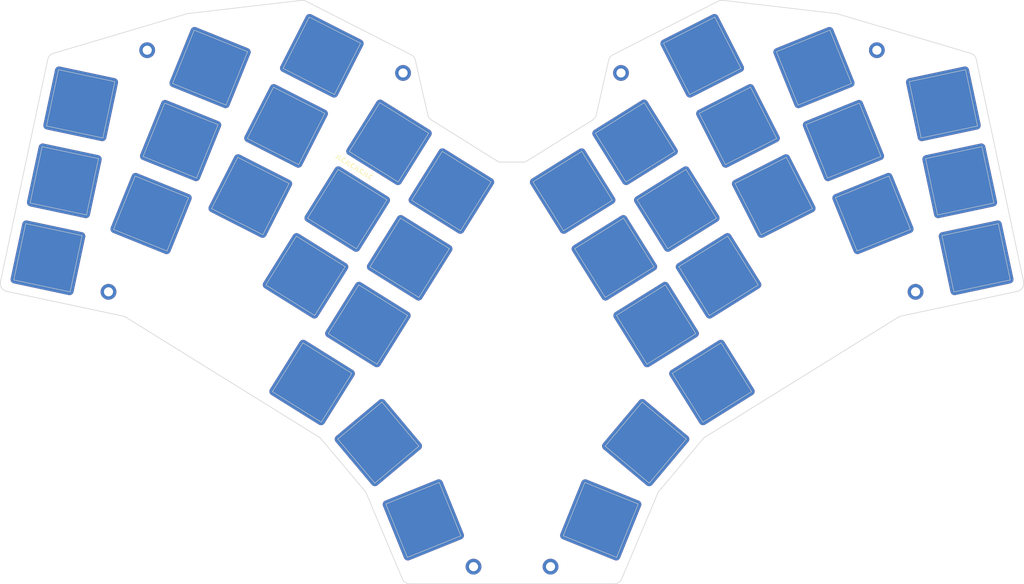
<source format=kicad_pcb>

            
(kicad_pcb (version 20171130) (host pcbnew 5.1.6)

  (page A3)
  (title_block
    (title top_plate)
    (rev 0.1)
    (company klackygears)
  )

  (general
    (thickness 1.6)
  )

  (layers
    (0 F.Cu signal)
    (31 B.Cu signal)
    (32 B.Adhes user)
    (33 F.Adhes user)
    (34 B.Paste user)
    (35 F.Paste user)
    (36 B.SilkS user)
    (37 F.SilkS user)
    (38 B.Mask user)
    (39 F.Mask user)
    (40 Dwgs.User user)
    (41 Cmts.User user)
    (42 Eco1.User user)
    (43 Eco2.User user)
    (44 Edge.Cuts user)
    (45 Margin user)
    (46 B.CrtYd user)
    (47 F.CrtYd user)
    (48 B.Fab user)
    (49 F.Fab user)
  )

  (setup
    (last_trace_width 0.25)
    (trace_clearance 0.2)
    (zone_clearance 0.508)
    (zone_45_only no)
    (trace_min 0.2)
    (via_size 0.8)
    (via_drill 0.4)
    (via_min_size 0.4)
    (via_min_drill 0.3)
    (uvia_size 0.3)
    (uvia_drill 0.1)
    (uvias_allowed no)
    (uvia_min_size 0.2)
    (uvia_min_drill 0.1)
    (edge_width 0.05)
    (segment_width 0.2)
    (pcb_text_width 0.3)
    (pcb_text_size 1.5 1.5)
    (mod_edge_width 0.12)
    (mod_text_size 1 1)
    (mod_text_width 0.15)
    (pad_size 1.524 1.524)
    (pad_drill 0.762)
    (pad_to_mask_clearance 0.05)
    (aux_axis_origin 0 0)
    (visible_elements FFFFFF7F)
    (pcbplotparams
      (layerselection 0x010fc_ffffffff)
      (usegerberextensions false)
      (usegerberattributes true)
      (usegerberadvancedattributes true)
      (creategerberjobfile true)
      (excludeedgelayer true)
      (linewidth 0.100000)
      (plotframeref false)
      (viasonmask false)
      (mode 1)
      (useauxorigin false)
      (hpglpennumber 1)
      (hpglpenspeed 20)
      (hpglpendiameter 15.000000)
      (psnegative false)
      (psa4output false)
      (plotreference true)
      (plotvalue true)
      (plotinvisibletext false)
      (padsonsilk false)
      (subtractmaskfromsilk false)
      (outputformat 1)
      (mirror false)
      (drillshape 1)
      (scaleselection 1)
      (outputdirectory ""))
  )

            (net 0 "")
(net 1 "GND")
(net 2 "R1")
(net 3 "pinky_bottom")
(net 4 "pinky_home")
(net 5 "pinky_top")
(net 6 "R0")
(net 7 "ring_bottom")
(net 8 "ring_home")
(net 9 "ring_top")
(net 10 "CS")
(net 11 "middle_bottom")
(net 12 "middle_home")
(net 13 "middle_top")
(net 14 "R2")
(net 15 "index_bottom")
(net 16 "index_home")
(net 17 "index_top")
(net 18 "R3")
(net 19 "inner_bottom")
(net 20 "inner_home")
(net 21 "inner_top")
(net 22 "near_thumb")
(net 23 "home_thumb")
(net 24 "far_thumb")
(net 25 "P10")
(net 26 "mirror_pinky_bottom")
(net 27 "mirror_pinky_home")
(net 28 "mirror_pinky_top")
(net 29 "P16")
(net 30 "mirror_ring_bottom")
(net 31 "mirror_ring_home")
(net 32 "mirror_ring_top")
(net 33 "C5")
(net 34 "mirror_middle_bottom")
(net 35 "mirror_middle_home")
(net 36 "mirror_middle_top")
(net 37 "C4")
(net 38 "mirror_index_bottom")
(net 39 "mirror_index_home")
(net 40 "mirror_index_top")
(net 41 "C3")
(net 42 "mirror_inner_bottom")
(net 43 "mirror_inner_home")
(net 44 "mirror_inner_top")
(net 45 "mirror_near_thumb")
(net 46 "mirror_home_thumb")
(net 47 "mirror_far_thumb")
            
  (net_class Default "This is the default net class."
    (clearance 0.2)
    (trace_width 0.25)
    (via_dia 0.8)
    (via_drill 0.4)
    (uvia_dia 0.3)
    (uvia_drill 0.1)
    (add_net "")
(add_net "GND")
(add_net "R1")
(add_net "pinky_bottom")
(add_net "pinky_home")
(add_net "pinky_top")
(add_net "R0")
(add_net "ring_bottom")
(add_net "ring_home")
(add_net "ring_top")
(add_net "CS")
(add_net "middle_bottom")
(add_net "middle_home")
(add_net "middle_top")
(add_net "R2")
(add_net "index_bottom")
(add_net "index_home")
(add_net "index_top")
(add_net "R3")
(add_net "inner_bottom")
(add_net "inner_home")
(add_net "inner_top")
(add_net "near_thumb")
(add_net "home_thumb")
(add_net "far_thumb")
(add_net "P10")
(add_net "mirror_pinky_bottom")
(add_net "mirror_pinky_home")
(add_net "mirror_pinky_top")
(add_net "P16")
(add_net "mirror_ring_bottom")
(add_net "mirror_ring_home")
(add_net "mirror_ring_top")
(add_net "C5")
(add_net "mirror_middle_bottom")
(add_net "mirror_middle_home")
(add_net "mirror_middle_top")
(add_net "C4")
(add_net "mirror_index_bottom")
(add_net "mirror_index_home")
(add_net "mirror_index_top")
(add_net "C3")
(add_net "mirror_inner_bottom")
(add_net "mirror_inner_home")
(add_net "mirror_inner_top")
(add_net "mirror_near_thumb")
(add_net "mirror_home_thumb")
(add_net "mirror_far_thumb")
  )

            
    (module choc_switch_cutout (layer F.Cu)
        (at 74.7090597 160.2140955 -12)
        (attr virtual)
        
        (fp_text reference "CHOC1" (at 0.25 10.05) (layer "Eco2.User")  hide
            (effects (font (size 1 1) (thickness 0.15)))
        )

        
        (pad "1" smd roundrect (at 0 0 168) (size 15.5 15.5) (layers "F.Cu" "F.Mask") (roundrect_rratio 0.063))
        (pad "1" smd roundrect (at 0 0 168) (size 15.5 15.5) (layers "B.Cu" "B.Mask") (roundrect_rratio 0.063))
  
        
        (fp_line (start -6.95 -6.95) (end 6.95 -6.95)
          (stroke (width 0.12) (type solid)) (layer "Edge.Cuts"))
        (fp_line (start -6.95 6.95) (end -6.95 -6.95)
          (stroke (width 0.12) (type solid)) (layer "Edge.Cuts"))
        (fp_line (start 6.95 -6.95) (end 6.95 6.95)
          (stroke (width 0.12) (type solid)) (layer "Edge.Cuts"))
        (fp_line (start 6.95 6.95) (end -6.95 6.95)
          (stroke (width 0.12) (type solid)) (layer "Edge.Cuts"))

        
        (fp_line (start -8.75 -8.75) (end 8.75 -8.75)
          (stroke (width 0.15) (type solid)) (layer "Dwgs.User"))
        (fp_line (start -8.75 8.75) (end -8.75 -8.75)
          (stroke (width 0.15) (type solid)) (layer "Dwgs.User"))
        (fp_line (start 8.75 -8.75) (end 8.75 8.75)
          (stroke (width 0.15) (type solid)) (layer "Dwgs.User"))
        (fp_line (start 8.75 8.75) (end -8.75 8.75)
          (stroke (width 0.15) (type solid)) (layer "Dwgs.User"))

  )
  
        

    (module choc_switch_cutout (layer F.Cu)
        (at 78.6593818 141.6292911 -12)
        (attr virtual)
        
        (fp_text reference "CHOC2" (at 0.25 10.05) (layer "Eco2.User")  hide
            (effects (font (size 1 1) (thickness 0.15)))
        )

        
        (pad "1" smd roundrect (at 0 0 168) (size 15.5 15.5) (layers "F.Cu" "F.Mask") (roundrect_rratio 0.063))
        (pad "1" smd roundrect (at 0 0 168) (size 15.5 15.5) (layers "B.Cu" "B.Mask") (roundrect_rratio 0.063))
  
        
        (fp_line (start -6.95 -6.95) (end 6.95 -6.95)
          (stroke (width 0.12) (type solid)) (layer "Edge.Cuts"))
        (fp_line (start -6.95 6.95) (end -6.95 -6.95)
          (stroke (width 0.12) (type solid)) (layer "Edge.Cuts"))
        (fp_line (start 6.95 -6.95) (end 6.95 6.95)
          (stroke (width 0.12) (type solid)) (layer "Edge.Cuts"))
        (fp_line (start 6.95 6.95) (end -6.95 6.95)
          (stroke (width 0.12) (type solid)) (layer "Edge.Cuts"))

        
        (fp_line (start -8.75 -8.75) (end 8.75 -8.75)
          (stroke (width 0.15) (type solid)) (layer "Dwgs.User"))
        (fp_line (start -8.75 8.75) (end -8.75 -8.75)
          (stroke (width 0.15) (type solid)) (layer "Dwgs.User"))
        (fp_line (start 8.75 -8.75) (end 8.75 8.75)
          (stroke (width 0.15) (type solid)) (layer "Dwgs.User"))
        (fp_line (start 8.75 8.75) (end -8.75 8.75)
          (stroke (width 0.15) (type solid)) (layer "Dwgs.User"))

  )
  
        

    (module choc_switch_cutout (layer F.Cu)
        (at 82.609704 123.0444867 -12)
        (attr virtual)
        
        (fp_text reference "CHOC3" (at 0.25 10.05) (layer "Eco2.User")  hide
            (effects (font (size 1 1) (thickness 0.15)))
        )

        
        (pad "1" smd roundrect (at 0 0 168) (size 15.5 15.5) (layers "F.Cu" "F.Mask") (roundrect_rratio 0.063))
        (pad "1" smd roundrect (at 0 0 168) (size 15.5 15.5) (layers "B.Cu" "B.Mask") (roundrect_rratio 0.063))
  
        
        (fp_line (start -6.95 -6.95) (end 6.95 -6.95)
          (stroke (width 0.12) (type solid)) (layer "Edge.Cuts"))
        (fp_line (start -6.95 6.95) (end -6.95 -6.95)
          (stroke (width 0.12) (type solid)) (layer "Edge.Cuts"))
        (fp_line (start 6.95 -6.95) (end 6.95 6.95)
          (stroke (width 0.12) (type solid)) (layer "Edge.Cuts"))
        (fp_line (start 6.95 6.95) (end -6.95 6.95)
          (stroke (width 0.12) (type solid)) (layer "Edge.Cuts"))

        
        (fp_line (start -8.75 -8.75) (end 8.75 -8.75)
          (stroke (width 0.15) (type solid)) (layer "Dwgs.User"))
        (fp_line (start -8.75 8.75) (end -8.75 -8.75)
          (stroke (width 0.15) (type solid)) (layer "Dwgs.User"))
        (fp_line (start 8.75 -8.75) (end 8.75 8.75)
          (stroke (width 0.15) (type solid)) (layer "Dwgs.User"))
        (fp_line (start 8.75 8.75) (end -8.75 8.75)
          (stroke (width 0.15) (type solid)) (layer "Dwgs.User"))

  )
  
        

    (module choc_switch_cutout (layer F.Cu)
        (at 99.5919128 149.5264108 -22)
        (attr virtual)
        
        (fp_text reference "CHOC4" (at 0.25 10.05) (layer "Eco2.User")  hide
            (effects (font (size 1 1) (thickness 0.15)))
        )

        
        (pad "1" smd roundrect (at 0 0 158) (size 15.5 15.5) (layers "F.Cu" "F.Mask") (roundrect_rratio 0.063))
        (pad "1" smd roundrect (at 0 0 158) (size 15.5 15.5) (layers "B.Cu" "B.Mask") (roundrect_rratio 0.063))
  
        
        (fp_line (start -6.95 -6.95) (end 6.95 -6.95)
          (stroke (width 0.12) (type solid)) (layer "Edge.Cuts"))
        (fp_line (start -6.95 6.95) (end -6.95 -6.95)
          (stroke (width 0.12) (type solid)) (layer "Edge.Cuts"))
        (fp_line (start 6.95 -6.95) (end 6.95 6.95)
          (stroke (width 0.12) (type solid)) (layer "Edge.Cuts"))
        (fp_line (start 6.95 6.95) (end -6.95 6.95)
          (stroke (width 0.12) (type solid)) (layer "Edge.Cuts"))

        
        (fp_line (start -8.75 -8.75) (end 8.75 -8.75)
          (stroke (width 0.15) (type solid)) (layer "Dwgs.User"))
        (fp_line (start -8.75 8.75) (end -8.75 -8.75)
          (stroke (width 0.15) (type solid)) (layer "Dwgs.User"))
        (fp_line (start 8.75 -8.75) (end 8.75 8.75)
          (stroke (width 0.15) (type solid)) (layer "Dwgs.User"))
        (fp_line (start 8.75 8.75) (end -8.75 8.75)
          (stroke (width 0.15) (type solid)) (layer "Dwgs.User"))

  )
  
        

    (module choc_switch_cutout (layer F.Cu)
        (at 106.709438 131.9099176 -22)
        (attr virtual)
        
        (fp_text reference "CHOC5" (at 0.25 10.05) (layer "Eco2.User")  hide
            (effects (font (size 1 1) (thickness 0.15)))
        )

        
        (pad "1" smd roundrect (at 0 0 158) (size 15.5 15.5) (layers "F.Cu" "F.Mask") (roundrect_rratio 0.063))
        (pad "1" smd roundrect (at 0 0 158) (size 15.5 15.5) (layers "B.Cu" "B.Mask") (roundrect_rratio 0.063))
  
        
        (fp_line (start -6.95 -6.95) (end 6.95 -6.95)
          (stroke (width 0.12) (type solid)) (layer "Edge.Cuts"))
        (fp_line (start -6.95 6.95) (end -6.95 -6.95)
          (stroke (width 0.12) (type solid)) (layer "Edge.Cuts"))
        (fp_line (start 6.95 -6.95) (end 6.95 6.95)
          (stroke (width 0.12) (type solid)) (layer "Edge.Cuts"))
        (fp_line (start 6.95 6.95) (end -6.95 6.95)
          (stroke (width 0.12) (type solid)) (layer "Edge.Cuts"))

        
        (fp_line (start -8.75 -8.75) (end 8.75 -8.75)
          (stroke (width 0.15) (type solid)) (layer "Dwgs.User"))
        (fp_line (start -8.75 8.75) (end -8.75 -8.75)
          (stroke (width 0.15) (type solid)) (layer "Dwgs.User"))
        (fp_line (start 8.75 -8.75) (end 8.75 8.75)
          (stroke (width 0.15) (type solid)) (layer "Dwgs.User"))
        (fp_line (start 8.75 8.75) (end -8.75 8.75)
          (stroke (width 0.15) (type solid)) (layer "Dwgs.User"))

  )
  
        

    (module choc_switch_cutout (layer F.Cu)
        (at 113.8269633 114.2934244 -22)
        (attr virtual)
        
        (fp_text reference "CHOC6" (at 0.25 10.05) (layer "Eco2.User")  hide
            (effects (font (size 1 1) (thickness 0.15)))
        )

        
        (pad "1" smd roundrect (at 0 0 158) (size 15.5 15.5) (layers "F.Cu" "F.Mask") (roundrect_rratio 0.063))
        (pad "1" smd roundrect (at 0 0 158) (size 15.5 15.5) (layers "B.Cu" "B.Mask") (roundrect_rratio 0.063))
  
        
        (fp_line (start -6.95 -6.95) (end 6.95 -6.95)
          (stroke (width 0.12) (type solid)) (layer "Edge.Cuts"))
        (fp_line (start -6.95 6.95) (end -6.95 -6.95)
          (stroke (width 0.12) (type solid)) (layer "Edge.Cuts"))
        (fp_line (start 6.95 -6.95) (end 6.95 6.95)
          (stroke (width 0.12) (type solid)) (layer "Edge.Cuts"))
        (fp_line (start 6.95 6.95) (end -6.95 6.95)
          (stroke (width 0.12) (type solid)) (layer "Edge.Cuts"))

        
        (fp_line (start -8.75 -8.75) (end 8.75 -8.75)
          (stroke (width 0.15) (type solid)) (layer "Dwgs.User"))
        (fp_line (start -8.75 8.75) (end -8.75 -8.75)
          (stroke (width 0.15) (type solid)) (layer "Dwgs.User"))
        (fp_line (start 8.75 -8.75) (end 8.75 8.75)
          (stroke (width 0.15) (type solid)) (layer "Dwgs.User"))
        (fp_line (start 8.75 8.75) (end -8.75 8.75)
          (stroke (width 0.15) (type solid)) (layer "Dwgs.User"))

  )
  
        

    (module choc_switch_cutout (layer F.Cu)
        (at 123.5270645 145.3033383 -27)
        (attr virtual)
        
        (fp_text reference "CHOC7" (at 0.25 10.05) (layer "Eco2.User")  hide
            (effects (font (size 1 1) (thickness 0.15)))
        )

        
        (pad "1" smd roundrect (at 0 0 153) (size 15.5 15.5) (layers "F.Cu" "F.Mask") (roundrect_rratio 0.063))
        (pad "1" smd roundrect (at 0 0 153) (size 15.5 15.5) (layers "B.Cu" "B.Mask") (roundrect_rratio 0.063))
  
        
        (fp_line (start -6.95 -6.95) (end 6.95 -6.95)
          (stroke (width 0.12) (type solid)) (layer "Edge.Cuts"))
        (fp_line (start -6.95 6.95) (end -6.95 -6.95)
          (stroke (width 0.12) (type solid)) (layer "Edge.Cuts"))
        (fp_line (start 6.95 -6.95) (end 6.95 6.95)
          (stroke (width 0.12) (type solid)) (layer "Edge.Cuts"))
        (fp_line (start 6.95 6.95) (end -6.95 6.95)
          (stroke (width 0.12) (type solid)) (layer "Edge.Cuts"))

        
        (fp_line (start -8.75 -8.75) (end 8.75 -8.75)
          (stroke (width 0.15) (type solid)) (layer "Dwgs.User"))
        (fp_line (start -8.75 8.75) (end -8.75 -8.75)
          (stroke (width 0.15) (type solid)) (layer "Dwgs.User"))
        (fp_line (start 8.75 -8.75) (end 8.75 8.75)
          (stroke (width 0.15) (type solid)) (layer "Dwgs.User"))
        (fp_line (start 8.75 8.75) (end -8.75 8.75)
          (stroke (width 0.15) (type solid)) (layer "Dwgs.User"))

  )
  
        

    (module choc_switch_cutout (layer F.Cu)
        (at 132.152884 128.3742144 -27)
        (attr virtual)
        
        (fp_text reference "CHOC8" (at 0.25 10.05) (layer "Eco2.User")  hide
            (effects (font (size 1 1) (thickness 0.15)))
        )

        
        (pad "1" smd roundrect (at 0 0 153) (size 15.5 15.5) (layers "F.Cu" "F.Mask") (roundrect_rratio 0.063))
        (pad "1" smd roundrect (at 0 0 153) (size 15.5 15.5) (layers "B.Cu" "B.Mask") (roundrect_rratio 0.063))
  
        
        (fp_line (start -6.95 -6.95) (end 6.95 -6.95)
          (stroke (width 0.12) (type solid)) (layer "Edge.Cuts"))
        (fp_line (start -6.95 6.95) (end -6.95 -6.95)
          (stroke (width 0.12) (type solid)) (layer "Edge.Cuts"))
        (fp_line (start 6.95 -6.95) (end 6.95 6.95)
          (stroke (width 0.12) (type solid)) (layer "Edge.Cuts"))
        (fp_line (start 6.95 6.95) (end -6.95 6.95)
          (stroke (width 0.12) (type solid)) (layer "Edge.Cuts"))

        
        (fp_line (start -8.75 -8.75) (end 8.75 -8.75)
          (stroke (width 0.15) (type solid)) (layer "Dwgs.User"))
        (fp_line (start -8.75 8.75) (end -8.75 -8.75)
          (stroke (width 0.15) (type solid)) (layer "Dwgs.User"))
        (fp_line (start 8.75 -8.75) (end 8.75 8.75)
          (stroke (width 0.15) (type solid)) (layer "Dwgs.User"))
        (fp_line (start 8.75 8.75) (end -8.75 8.75)
          (stroke (width 0.15) (type solid)) (layer "Dwgs.User"))

  )
  
        

    (module choc_switch_cutout (layer F.Cu)
        (at 140.7787035 111.4450904 -27)
        (attr virtual)
        
        (fp_text reference "CHOC9" (at 0.25 10.05) (layer "Eco2.User")  hide
            (effects (font (size 1 1) (thickness 0.15)))
        )

        
        (pad "1" smd roundrect (at 0 0 153) (size 15.5 15.5) (layers "F.Cu" "F.Mask") (roundrect_rratio 0.063))
        (pad "1" smd roundrect (at 0 0 153) (size 15.5 15.5) (layers "B.Cu" "B.Mask") (roundrect_rratio 0.063))
  
        
        (fp_line (start -6.95 -6.95) (end 6.95 -6.95)
          (stroke (width 0.12) (type solid)) (layer "Edge.Cuts"))
        (fp_line (start -6.95 6.95) (end -6.95 -6.95)
          (stroke (width 0.12) (type solid)) (layer "Edge.Cuts"))
        (fp_line (start 6.95 -6.95) (end 6.95 6.95)
          (stroke (width 0.12) (type solid)) (layer "Edge.Cuts"))
        (fp_line (start 6.95 6.95) (end -6.95 6.95)
          (stroke (width 0.12) (type solid)) (layer "Edge.Cuts"))

        
        (fp_line (start -8.75 -8.75) (end 8.75 -8.75)
          (stroke (width 0.15) (type solid)) (layer "Dwgs.User"))
        (fp_line (start -8.75 8.75) (end -8.75 -8.75)
          (stroke (width 0.15) (type solid)) (layer "Dwgs.User"))
        (fp_line (start 8.75 -8.75) (end 8.75 8.75)
          (stroke (width 0.15) (type solid)) (layer "Dwgs.User"))
        (fp_line (start 8.75 8.75) (end -8.75 8.75)
          (stroke (width 0.15) (type solid)) (layer "Dwgs.User"))

  )
  
        

    (module choc_switch_cutout (layer F.Cu)
        (at 136.843429 164.5665782 -32)
        (attr virtual)
        
        (fp_text reference "CHOC10" (at 0.25 10.05) (layer "Eco2.User")  hide
            (effects (font (size 1 1) (thickness 0.15)))
        )

        
        (pad "1" smd roundrect (at 0 0 148) (size 15.5 15.5) (layers "F.Cu" "F.Mask") (roundrect_rratio 0.063))
        (pad "1" smd roundrect (at 0 0 148) (size 15.5 15.5) (layers "B.Cu" "B.Mask") (roundrect_rratio 0.063))
  
        
        (fp_line (start -6.95 -6.95) (end 6.95 -6.95)
          (stroke (width 0.12) (type solid)) (layer "Edge.Cuts"))
        (fp_line (start -6.95 6.95) (end -6.95 -6.95)
          (stroke (width 0.12) (type solid)) (layer "Edge.Cuts"))
        (fp_line (start 6.95 -6.95) (end 6.95 6.95)
          (stroke (width 0.12) (type solid)) (layer "Edge.Cuts"))
        (fp_line (start 6.95 6.95) (end -6.95 6.95)
          (stroke (width 0.12) (type solid)) (layer "Edge.Cuts"))

        
        (fp_line (start -8.75 -8.75) (end 8.75 -8.75)
          (stroke (width 0.15) (type solid)) (layer "Dwgs.User"))
        (fp_line (start -8.75 8.75) (end -8.75 -8.75)
          (stroke (width 0.15) (type solid)) (layer "Dwgs.User"))
        (fp_line (start 8.75 -8.75) (end 8.75 8.75)
          (stroke (width 0.15) (type solid)) (layer "Dwgs.User"))
        (fp_line (start 8.75 8.75) (end -8.75 8.75)
          (stroke (width 0.15) (type solid)) (layer "Dwgs.User"))

  )
  
        

    (module choc_switch_cutout (layer F.Cu)
        (at 146.911895 148.4536644 -32)
        (attr virtual)
        
        (fp_text reference "CHOC11" (at 0.25 10.05) (layer "Eco2.User")  hide
            (effects (font (size 1 1) (thickness 0.15)))
        )

        
        (pad "1" smd roundrect (at 0 0 148) (size 15.5 15.5) (layers "F.Cu" "F.Mask") (roundrect_rratio 0.063))
        (pad "1" smd roundrect (at 0 0 148) (size 15.5 15.5) (layers "B.Cu" "B.Mask") (roundrect_rratio 0.063))
  
        
        (fp_line (start -6.95 -6.95) (end 6.95 -6.95)
          (stroke (width 0.12) (type solid)) (layer "Edge.Cuts"))
        (fp_line (start -6.95 6.95) (end -6.95 -6.95)
          (stroke (width 0.12) (type solid)) (layer "Edge.Cuts"))
        (fp_line (start 6.95 -6.95) (end 6.95 6.95)
          (stroke (width 0.12) (type solid)) (layer "Edge.Cuts"))
        (fp_line (start 6.95 6.95) (end -6.95 6.95)
          (stroke (width 0.12) (type solid)) (layer "Edge.Cuts"))

        
        (fp_line (start -8.75 -8.75) (end 8.75 -8.75)
          (stroke (width 0.15) (type solid)) (layer "Dwgs.User"))
        (fp_line (start -8.75 8.75) (end -8.75 -8.75)
          (stroke (width 0.15) (type solid)) (layer "Dwgs.User"))
        (fp_line (start 8.75 -8.75) (end 8.75 8.75)
          (stroke (width 0.15) (type solid)) (layer "Dwgs.User"))
        (fp_line (start 8.75 8.75) (end -8.75 8.75)
          (stroke (width 0.15) (type solid)) (layer "Dwgs.User"))

  )
  
        

    (module choc_switch_cutout (layer F.Cu)
        (at 156.980361 132.3407506 -32)
        (attr virtual)
        
        (fp_text reference "CHOC12" (at 0.25 10.05) (layer "Eco2.User")  hide
            (effects (font (size 1 1) (thickness 0.15)))
        )

        
        (pad "1" smd roundrect (at 0 0 148) (size 15.5 15.5) (layers "F.Cu" "F.Mask") (roundrect_rratio 0.063))
        (pad "1" smd roundrect (at 0 0 148) (size 15.5 15.5) (layers "B.Cu" "B.Mask") (roundrect_rratio 0.063))
  
        
        (fp_line (start -6.95 -6.95) (end 6.95 -6.95)
          (stroke (width 0.12) (type solid)) (layer "Edge.Cuts"))
        (fp_line (start -6.95 6.95) (end -6.95 -6.95)
          (stroke (width 0.12) (type solid)) (layer "Edge.Cuts"))
        (fp_line (start 6.95 -6.95) (end 6.95 6.95)
          (stroke (width 0.12) (type solid)) (layer "Edge.Cuts"))
        (fp_line (start 6.95 6.95) (end -6.95 6.95)
          (stroke (width 0.12) (type solid)) (layer "Edge.Cuts"))

        
        (fp_line (start -8.75 -8.75) (end 8.75 -8.75)
          (stroke (width 0.15) (type solid)) (layer "Dwgs.User"))
        (fp_line (start -8.75 8.75) (end -8.75 -8.75)
          (stroke (width 0.15) (type solid)) (layer "Dwgs.User"))
        (fp_line (start 8.75 -8.75) (end 8.75 8.75)
          (stroke (width 0.15) (type solid)) (layer "Dwgs.User"))
        (fp_line (start 8.75 8.75) (end -8.75 8.75)
          (stroke (width 0.15) (type solid)) (layer "Dwgs.User"))

  )
  
        

    (module choc_switch_cutout (layer F.Cu)
        (at 151.8965042 176.3311406 -32)
        (attr virtual)
        
        (fp_text reference "CHOC13" (at 0.25 10.05) (layer "Eco2.User")  hide
            (effects (font (size 1 1) (thickness 0.15)))
        )

        
        (pad "1" smd roundrect (at 0 0 148) (size 15.5 15.5) (layers "F.Cu" "F.Mask") (roundrect_rratio 0.063))
        (pad "1" smd roundrect (at 0 0 148) (size 15.5 15.5) (layers "B.Cu" "B.Mask") (roundrect_rratio 0.063))
  
        
        (fp_line (start -6.95 -6.95) (end 6.95 -6.95)
          (stroke (width 0.12) (type solid)) (layer "Edge.Cuts"))
        (fp_line (start -6.95 6.95) (end -6.95 -6.95)
          (stroke (width 0.12) (type solid)) (layer "Edge.Cuts"))
        (fp_line (start 6.95 -6.95) (end 6.95 6.95)
          (stroke (width 0.12) (type solid)) (layer "Edge.Cuts"))
        (fp_line (start 6.95 6.95) (end -6.95 6.95)
          (stroke (width 0.12) (type solid)) (layer "Edge.Cuts"))

        
        (fp_line (start -8.75 -8.75) (end 8.75 -8.75)
          (stroke (width 0.15) (type solid)) (layer "Dwgs.User"))
        (fp_line (start -8.75 8.75) (end -8.75 -8.75)
          (stroke (width 0.15) (type solid)) (layer "Dwgs.User"))
        (fp_line (start 8.75 -8.75) (end 8.75 8.75)
          (stroke (width 0.15) (type solid)) (layer "Dwgs.User"))
        (fp_line (start 8.75 8.75) (end -8.75 8.75)
          (stroke (width 0.15) (type solid)) (layer "Dwgs.User"))

  )
  
        

    (module choc_switch_cutout (layer F.Cu)
        (at 161.9649702 160.2182268 -32)
        (attr virtual)
        
        (fp_text reference "CHOC14" (at 0.25 10.05) (layer "Eco2.User")  hide
            (effects (font (size 1 1) (thickness 0.15)))
        )

        
        (pad "1" smd roundrect (at 0 0 148) (size 15.5 15.5) (layers "F.Cu" "F.Mask") (roundrect_rratio 0.063))
        (pad "1" smd roundrect (at 0 0 148) (size 15.5 15.5) (layers "B.Cu" "B.Mask") (roundrect_rratio 0.063))
  
        
        (fp_line (start -6.95 -6.95) (end 6.95 -6.95)
          (stroke (width 0.12) (type solid)) (layer "Edge.Cuts"))
        (fp_line (start -6.95 6.95) (end -6.95 -6.95)
          (stroke (width 0.12) (type solid)) (layer "Edge.Cuts"))
        (fp_line (start 6.95 -6.95) (end 6.95 6.95)
          (stroke (width 0.12) (type solid)) (layer "Edge.Cuts"))
        (fp_line (start 6.95 6.95) (end -6.95 6.95)
          (stroke (width 0.12) (type solid)) (layer "Edge.Cuts"))

        
        (fp_line (start -8.75 -8.75) (end 8.75 -8.75)
          (stroke (width 0.15) (type solid)) (layer "Dwgs.User"))
        (fp_line (start -8.75 8.75) (end -8.75 -8.75)
          (stroke (width 0.15) (type solid)) (layer "Dwgs.User"))
        (fp_line (start 8.75 -8.75) (end 8.75 8.75)
          (stroke (width 0.15) (type solid)) (layer "Dwgs.User"))
        (fp_line (start 8.75 8.75) (end -8.75 8.75)
          (stroke (width 0.15) (type solid)) (layer "Dwgs.User"))

  )
  
        

    (module choc_switch_cutout (layer F.Cu)
        (at 172.0334362 144.105313 -32)
        (attr virtual)
        
        (fp_text reference "CHOC15" (at 0.25 10.05) (layer "Eco2.User")  hide
            (effects (font (size 1 1) (thickness 0.15)))
        )

        
        (pad "1" smd roundrect (at 0 0 148) (size 15.5 15.5) (layers "F.Cu" "F.Mask") (roundrect_rratio 0.063))
        (pad "1" smd roundrect (at 0 0 148) (size 15.5 15.5) (layers "B.Cu" "B.Mask") (roundrect_rratio 0.063))
  
        
        (fp_line (start -6.95 -6.95) (end 6.95 -6.95)
          (stroke (width 0.12) (type solid)) (layer "Edge.Cuts"))
        (fp_line (start -6.95 6.95) (end -6.95 -6.95)
          (stroke (width 0.12) (type solid)) (layer "Edge.Cuts"))
        (fp_line (start 6.95 -6.95) (end 6.95 6.95)
          (stroke (width 0.12) (type solid)) (layer "Edge.Cuts"))
        (fp_line (start 6.95 6.95) (end -6.95 6.95)
          (stroke (width 0.12) (type solid)) (layer "Edge.Cuts"))

        
        (fp_line (start -8.75 -8.75) (end 8.75 -8.75)
          (stroke (width 0.15) (type solid)) (layer "Dwgs.User"))
        (fp_line (start -8.75 8.75) (end -8.75 -8.75)
          (stroke (width 0.15) (type solid)) (layer "Dwgs.User"))
        (fp_line (start 8.75 -8.75) (end 8.75 8.75)
          (stroke (width 0.15) (type solid)) (layer "Dwgs.User"))
        (fp_line (start 8.75 8.75) (end -8.75 8.75)
          (stroke (width 0.15) (type solid)) (layer "Dwgs.User"))

  )
  
        

    (module choc_switch_cutout (layer F.Cu)
        (at 138.4358458 190.3243774 -32)
        (attr virtual)
        
        (fp_text reference "CHOC16" (at 0.25 10.05) (layer "Eco2.User")  hide
            (effects (font (size 1 1) (thickness 0.15)))
        )

        
        (pad "1" smd roundrect (at 0 0 148) (size 15.5 15.5) (layers "F.Cu" "F.Mask") (roundrect_rratio 0.063))
        (pad "1" smd roundrect (at 0 0 148) (size 15.5 15.5) (layers "B.Cu" "B.Mask") (roundrect_rratio 0.063))
  
        
        (fp_line (start -6.95 -6.95) (end 6.95 -6.95)
          (stroke (width 0.12) (type solid)) (layer "Edge.Cuts"))
        (fp_line (start -6.95 6.95) (end -6.95 -6.95)
          (stroke (width 0.12) (type solid)) (layer "Edge.Cuts"))
        (fp_line (start 6.95 -6.95) (end 6.95 6.95)
          (stroke (width 0.12) (type solid)) (layer "Edge.Cuts"))
        (fp_line (start 6.95 6.95) (end -6.95 6.95)
          (stroke (width 0.12) (type solid)) (layer "Edge.Cuts"))

        
        (fp_line (start -8.75 -8.75) (end 8.75 -8.75)
          (stroke (width 0.15) (type solid)) (layer "Dwgs.User"))
        (fp_line (start -8.75 8.75) (end -8.75 -8.75)
          (stroke (width 0.15) (type solid)) (layer "Dwgs.User"))
        (fp_line (start 8.75 -8.75) (end 8.75 8.75)
          (stroke (width 0.15) (type solid)) (layer "Dwgs.User"))
        (fp_line (start 8.75 8.75) (end -8.75 8.75)
          (stroke (width 0.15) (type solid)) (layer "Dwgs.User"))

  )
  
        

    (module choc_switch_cutout (layer F.Cu)
        (at 154.4160209 204.8375648 -50)
        (attr virtual)
        
        (fp_text reference "CHOC17" (at 0.25 10.05) (layer "Eco2.User")  hide
            (effects (font (size 1 1) (thickness 0.15)))
        )

        
        (pad "1" smd roundrect (at 0 0 130) (size 15.5 15.5) (layers "F.Cu" "F.Mask") (roundrect_rratio 0.063))
        (pad "1" smd roundrect (at 0 0 130) (size 15.5 15.5) (layers "B.Cu" "B.Mask") (roundrect_rratio 0.063))
  
        
        (fp_line (start -6.95 -6.95) (end 6.95 -6.95)
          (stroke (width 0.12) (type solid)) (layer "Edge.Cuts"))
        (fp_line (start -6.95 6.95) (end -6.95 -6.95)
          (stroke (width 0.12) (type solid)) (layer "Edge.Cuts"))
        (fp_line (start 6.95 -6.95) (end 6.95 6.95)
          (stroke (width 0.12) (type solid)) (layer "Edge.Cuts"))
        (fp_line (start 6.95 6.95) (end -6.95 6.95)
          (stroke (width 0.12) (type solid)) (layer "Edge.Cuts"))

        
        (fp_line (start -8.75 -8.75) (end 8.75 -8.75)
          (stroke (width 0.15) (type solid)) (layer "Dwgs.User"))
        (fp_line (start -8.75 8.75) (end -8.75 -8.75)
          (stroke (width 0.15) (type solid)) (layer "Dwgs.User"))
        (fp_line (start 8.75 -8.75) (end 8.75 8.75)
          (stroke (width 0.15) (type solid)) (layer "Dwgs.User"))
        (fp_line (start 8.75 8.75) (end -8.75 8.75)
          (stroke (width 0.15) (type solid)) (layer "Dwgs.User"))

  )
  
        

    (module choc_switch_cutout (layer F.Cu)
        (at 165.2633395 223.4980021 -68)
        (attr virtual)
        
        (fp_text reference "CHOC18" (at 0.25 10.05) (layer "Eco2.User")  hide
            (effects (font (size 1 1) (thickness 0.15)))
        )

        
        (pad "1" smd roundrect (at 0 0 112) (size 15.5 15.5) (layers "F.Cu" "F.Mask") (roundrect_rratio 0.063))
        (pad "1" smd roundrect (at 0 0 112) (size 15.5 15.5) (layers "B.Cu" "B.Mask") (roundrect_rratio 0.063))
  
        
        (fp_line (start -6.95 -6.95) (end 6.95 -6.95)
          (stroke (width 0.12) (type solid)) (layer "Edge.Cuts"))
        (fp_line (start -6.95 6.95) (end -6.95 -6.95)
          (stroke (width 0.12) (type solid)) (layer "Edge.Cuts"))
        (fp_line (start 6.95 -6.95) (end 6.95 6.95)
          (stroke (width 0.12) (type solid)) (layer "Edge.Cuts"))
        (fp_line (start 6.95 6.95) (end -6.95 6.95)
          (stroke (width 0.12) (type solid)) (layer "Edge.Cuts"))

        
        (fp_line (start -8.75 -8.75) (end 8.75 -8.75)
          (stroke (width 0.15) (type solid)) (layer "Dwgs.User"))
        (fp_line (start -8.75 8.75) (end -8.75 -8.75)
          (stroke (width 0.15) (type solid)) (layer "Dwgs.User"))
        (fp_line (start 8.75 -8.75) (end 8.75 8.75)
          (stroke (width 0.15) (type solid)) (layer "Dwgs.User"))
        (fp_line (start 8.75 8.75) (end -8.75 8.75)
          (stroke (width 0.15) (type solid)) (layer "Dwgs.User"))

  )
  
        

    (module choc_switch_cutout (layer F.Cu)
        (at 298.6097039 160.2140955 12)
        (attr virtual)
        
        (fp_text reference "CHOC19" (at 0.25 10.05) (layer "Eco2.User")  hide
            (effects (font (size 1 1) (thickness 0.15)))
        )

        
        (pad "1" smd roundrect (at 0 0 192) (size 15.5 15.5) (layers "F.Cu" "F.Mask") (roundrect_rratio 0.063))
        (pad "1" smd roundrect (at 0 0 192) (size 15.5 15.5) (layers "B.Cu" "B.Mask") (roundrect_rratio 0.063))
  
        
        (fp_line (start -6.95 -6.95) (end 6.95 -6.95)
          (stroke (width 0.12) (type solid)) (layer "Edge.Cuts"))
        (fp_line (start -6.95 6.95) (end -6.95 -6.95)
          (stroke (width 0.12) (type solid)) (layer "Edge.Cuts"))
        (fp_line (start 6.95 -6.95) (end 6.95 6.95)
          (stroke (width 0.12) (type solid)) (layer "Edge.Cuts"))
        (fp_line (start 6.95 6.95) (end -6.95 6.95)
          (stroke (width 0.12) (type solid)) (layer "Edge.Cuts"))

        
        (fp_line (start -8.75 -8.75) (end 8.75 -8.75)
          (stroke (width 0.15) (type solid)) (layer "Dwgs.User"))
        (fp_line (start -8.75 8.75) (end -8.75 -8.75)
          (stroke (width 0.15) (type solid)) (layer "Dwgs.User"))
        (fp_line (start 8.75 -8.75) (end 8.75 8.75)
          (stroke (width 0.15) (type solid)) (layer "Dwgs.User"))
        (fp_line (start 8.75 8.75) (end -8.75 8.75)
          (stroke (width 0.15) (type solid)) (layer "Dwgs.User"))

  )
  
        

    (module choc_switch_cutout (layer F.Cu)
        (at 294.6593818 141.6292911 12)
        (attr virtual)
        
        (fp_text reference "CHOC20" (at 0.25 10.05) (layer "Eco2.User")  hide
            (effects (font (size 1 1) (thickness 0.15)))
        )

        
        (pad "1" smd roundrect (at 0 0 192) (size 15.5 15.5) (layers "F.Cu" "F.Mask") (roundrect_rratio 0.063))
        (pad "1" smd roundrect (at 0 0 192) (size 15.5 15.5) (layers "B.Cu" "B.Mask") (roundrect_rratio 0.063))
  
        
        (fp_line (start -6.95 -6.95) (end 6.95 -6.95)
          (stroke (width 0.12) (type solid)) (layer "Edge.Cuts"))
        (fp_line (start -6.95 6.95) (end -6.95 -6.95)
          (stroke (width 0.12) (type solid)) (layer "Edge.Cuts"))
        (fp_line (start 6.95 -6.95) (end 6.95 6.95)
          (stroke (width 0.12) (type solid)) (layer "Edge.Cuts"))
        (fp_line (start 6.95 6.95) (end -6.95 6.95)
          (stroke (width 0.12) (type solid)) (layer "Edge.Cuts"))

        
        (fp_line (start -8.75 -8.75) (end 8.75 -8.75)
          (stroke (width 0.15) (type solid)) (layer "Dwgs.User"))
        (fp_line (start -8.75 8.75) (end -8.75 -8.75)
          (stroke (width 0.15) (type solid)) (layer "Dwgs.User"))
        (fp_line (start 8.75 -8.75) (end 8.75 8.75)
          (stroke (width 0.15) (type solid)) (layer "Dwgs.User"))
        (fp_line (start 8.75 8.75) (end -8.75 8.75)
          (stroke (width 0.15) (type solid)) (layer "Dwgs.User"))

  )
  
        

    (module choc_switch_cutout (layer F.Cu)
        (at 290.70905960000005 123.0444867 12)
        (attr virtual)
        
        (fp_text reference "CHOC21" (at 0.25 10.05) (layer "Eco2.User")  hide
            (effects (font (size 1 1) (thickness 0.15)))
        )

        
        (pad "1" smd roundrect (at 0 0 192) (size 15.5 15.5) (layers "F.Cu" "F.Mask") (roundrect_rratio 0.063))
        (pad "1" smd roundrect (at 0 0 192) (size 15.5 15.5) (layers "B.Cu" "B.Mask") (roundrect_rratio 0.063))
  
        
        (fp_line (start -6.95 -6.95) (end 6.95 -6.95)
          (stroke (width 0.12) (type solid)) (layer "Edge.Cuts"))
        (fp_line (start -6.95 6.95) (end -6.95 -6.95)
          (stroke (width 0.12) (type solid)) (layer "Edge.Cuts"))
        (fp_line (start 6.95 -6.95) (end 6.95 6.95)
          (stroke (width 0.12) (type solid)) (layer "Edge.Cuts"))
        (fp_line (start 6.95 6.95) (end -6.95 6.95)
          (stroke (width 0.12) (type solid)) (layer "Edge.Cuts"))

        
        (fp_line (start -8.75 -8.75) (end 8.75 -8.75)
          (stroke (width 0.15) (type solid)) (layer "Dwgs.User"))
        (fp_line (start -8.75 8.75) (end -8.75 -8.75)
          (stroke (width 0.15) (type solid)) (layer "Dwgs.User"))
        (fp_line (start 8.75 -8.75) (end 8.75 8.75)
          (stroke (width 0.15) (type solid)) (layer "Dwgs.User"))
        (fp_line (start 8.75 8.75) (end -8.75 8.75)
          (stroke (width 0.15) (type solid)) (layer "Dwgs.User"))

  )
  
        

    (module choc_switch_cutout (layer F.Cu)
        (at 273.7268508 149.5264108 22)
        (attr virtual)
        
        (fp_text reference "CHOC22" (at 0.25 10.05) (layer "Eco2.User")  hide
            (effects (font (size 1 1) (thickness 0.15)))
        )

        
        (pad "1" smd roundrect (at 0 0 202) (size 15.5 15.5) (layers "F.Cu" "F.Mask") (roundrect_rratio 0.063))
        (pad "1" smd roundrect (at 0 0 202) (size 15.5 15.5) (layers "B.Cu" "B.Mask") (roundrect_rratio 0.063))
  
        
        (fp_line (start -6.95 -6.95) (end 6.95 -6.95)
          (stroke (width 0.12) (type solid)) (layer "Edge.Cuts"))
        (fp_line (start -6.95 6.95) (end -6.95 -6.95)
          (stroke (width 0.12) (type solid)) (layer "Edge.Cuts"))
        (fp_line (start 6.95 -6.95) (end 6.95 6.95)
          (stroke (width 0.12) (type solid)) (layer "Edge.Cuts"))
        (fp_line (start 6.95 6.95) (end -6.95 6.95)
          (stroke (width 0.12) (type solid)) (layer "Edge.Cuts"))

        
        (fp_line (start -8.75 -8.75) (end 8.75 -8.75)
          (stroke (width 0.15) (type solid)) (layer "Dwgs.User"))
        (fp_line (start -8.75 8.75) (end -8.75 -8.75)
          (stroke (width 0.15) (type solid)) (layer "Dwgs.User"))
        (fp_line (start 8.75 -8.75) (end 8.75 8.75)
          (stroke (width 0.15) (type solid)) (layer "Dwgs.User"))
        (fp_line (start 8.75 8.75) (end -8.75 8.75)
          (stroke (width 0.15) (type solid)) (layer "Dwgs.User"))

  )
  
        

    (module choc_switch_cutout (layer F.Cu)
        (at 266.60932560000003 131.9099176 22)
        (attr virtual)
        
        (fp_text reference "CHOC23" (at 0.25 10.05) (layer "Eco2.User")  hide
            (effects (font (size 1 1) (thickness 0.15)))
        )

        
        (pad "1" smd roundrect (at 0 0 202) (size 15.5 15.5) (layers "F.Cu" "F.Mask") (roundrect_rratio 0.063))
        (pad "1" smd roundrect (at 0 0 202) (size 15.5 15.5) (layers "B.Cu" "B.Mask") (roundrect_rratio 0.063))
  
        
        (fp_line (start -6.95 -6.95) (end 6.95 -6.95)
          (stroke (width 0.12) (type solid)) (layer "Edge.Cuts"))
        (fp_line (start -6.95 6.95) (end -6.95 -6.95)
          (stroke (width 0.12) (type solid)) (layer "Edge.Cuts"))
        (fp_line (start 6.95 -6.95) (end 6.95 6.95)
          (stroke (width 0.12) (type solid)) (layer "Edge.Cuts"))
        (fp_line (start 6.95 6.95) (end -6.95 6.95)
          (stroke (width 0.12) (type solid)) (layer "Edge.Cuts"))

        
        (fp_line (start -8.75 -8.75) (end 8.75 -8.75)
          (stroke (width 0.15) (type solid)) (layer "Dwgs.User"))
        (fp_line (start -8.75 8.75) (end -8.75 -8.75)
          (stroke (width 0.15) (type solid)) (layer "Dwgs.User"))
        (fp_line (start 8.75 -8.75) (end 8.75 8.75)
          (stroke (width 0.15) (type solid)) (layer "Dwgs.User"))
        (fp_line (start 8.75 8.75) (end -8.75 8.75)
          (stroke (width 0.15) (type solid)) (layer "Dwgs.User"))

  )
  
        

    (module choc_switch_cutout (layer F.Cu)
        (at 259.4918003 114.2934244 22)
        (attr virtual)
        
        (fp_text reference "CHOC24" (at 0.25 10.05) (layer "Eco2.User")  hide
            (effects (font (size 1 1) (thickness 0.15)))
        )

        
        (pad "1" smd roundrect (at 0 0 202) (size 15.5 15.5) (layers "F.Cu" "F.Mask") (roundrect_rratio 0.063))
        (pad "1" smd roundrect (at 0 0 202) (size 15.5 15.5) (layers "B.Cu" "B.Mask") (roundrect_rratio 0.063))
  
        
        (fp_line (start -6.95 -6.95) (end 6.95 -6.95)
          (stroke (width 0.12) (type solid)) (layer "Edge.Cuts"))
        (fp_line (start -6.95 6.95) (end -6.95 -6.95)
          (stroke (width 0.12) (type solid)) (layer "Edge.Cuts"))
        (fp_line (start 6.95 -6.95) (end 6.95 6.95)
          (stroke (width 0.12) (type solid)) (layer "Edge.Cuts"))
        (fp_line (start 6.95 6.95) (end -6.95 6.95)
          (stroke (width 0.12) (type solid)) (layer "Edge.Cuts"))

        
        (fp_line (start -8.75 -8.75) (end 8.75 -8.75)
          (stroke (width 0.15) (type solid)) (layer "Dwgs.User"))
        (fp_line (start -8.75 8.75) (end -8.75 -8.75)
          (stroke (width 0.15) (type solid)) (layer "Dwgs.User"))
        (fp_line (start 8.75 -8.75) (end 8.75 8.75)
          (stroke (width 0.15) (type solid)) (layer "Dwgs.User"))
        (fp_line (start 8.75 8.75) (end -8.75 8.75)
          (stroke (width 0.15) (type solid)) (layer "Dwgs.User"))

  )
  
        

    (module choc_switch_cutout (layer F.Cu)
        (at 249.79169910000002 145.3033383 27)
        (attr virtual)
        
        (fp_text reference "CHOC25" (at 0.25 10.05) (layer "Eco2.User")  hide
            (effects (font (size 1 1) (thickness 0.15)))
        )

        
        (pad "1" smd roundrect (at 0 0 207) (size 15.5 15.5) (layers "F.Cu" "F.Mask") (roundrect_rratio 0.063))
        (pad "1" smd roundrect (at 0 0 207) (size 15.5 15.5) (layers "B.Cu" "B.Mask") (roundrect_rratio 0.063))
  
        
        (fp_line (start -6.95 -6.95) (end 6.95 -6.95)
          (stroke (width 0.12) (type solid)) (layer "Edge.Cuts"))
        (fp_line (start -6.95 6.95) (end -6.95 -6.95)
          (stroke (width 0.12) (type solid)) (layer "Edge.Cuts"))
        (fp_line (start 6.95 -6.95) (end 6.95 6.95)
          (stroke (width 0.12) (type solid)) (layer "Edge.Cuts"))
        (fp_line (start 6.95 6.95) (end -6.95 6.95)
          (stroke (width 0.12) (type solid)) (layer "Edge.Cuts"))

        
        (fp_line (start -8.75 -8.75) (end 8.75 -8.75)
          (stroke (width 0.15) (type solid)) (layer "Dwgs.User"))
        (fp_line (start -8.75 8.75) (end -8.75 -8.75)
          (stroke (width 0.15) (type solid)) (layer "Dwgs.User"))
        (fp_line (start 8.75 -8.75) (end 8.75 8.75)
          (stroke (width 0.15) (type solid)) (layer "Dwgs.User"))
        (fp_line (start 8.75 8.75) (end -8.75 8.75)
          (stroke (width 0.15) (type solid)) (layer "Dwgs.User"))

  )
  
        

    (module choc_switch_cutout (layer F.Cu)
        (at 241.1658796 128.3742144 27)
        (attr virtual)
        
        (fp_text reference "CHOC26" (at 0.25 10.05) (layer "Eco2.User")  hide
            (effects (font (size 1 1) (thickness 0.15)))
        )

        
        (pad "1" smd roundrect (at 0 0 207) (size 15.5 15.5) (layers "F.Cu" "F.Mask") (roundrect_rratio 0.063))
        (pad "1" smd roundrect (at 0 0 207) (size 15.5 15.5) (layers "B.Cu" "B.Mask") (roundrect_rratio 0.063))
  
        
        (fp_line (start -6.95 -6.95) (end 6.95 -6.95)
          (stroke (width 0.12) (type solid)) (layer "Edge.Cuts"))
        (fp_line (start -6.95 6.95) (end -6.95 -6.95)
          (stroke (width 0.12) (type solid)) (layer "Edge.Cuts"))
        (fp_line (start 6.95 -6.95) (end 6.95 6.95)
          (stroke (width 0.12) (type solid)) (layer "Edge.Cuts"))
        (fp_line (start 6.95 6.95) (end -6.95 6.95)
          (stroke (width 0.12) (type solid)) (layer "Edge.Cuts"))

        
        (fp_line (start -8.75 -8.75) (end 8.75 -8.75)
          (stroke (width 0.15) (type solid)) (layer "Dwgs.User"))
        (fp_line (start -8.75 8.75) (end -8.75 -8.75)
          (stroke (width 0.15) (type solid)) (layer "Dwgs.User"))
        (fp_line (start 8.75 -8.75) (end 8.75 8.75)
          (stroke (width 0.15) (type solid)) (layer "Dwgs.User"))
        (fp_line (start 8.75 8.75) (end -8.75 8.75)
          (stroke (width 0.15) (type solid)) (layer "Dwgs.User"))

  )
  
        

    (module choc_switch_cutout (layer F.Cu)
        (at 232.5400601 111.4450904 27)
        (attr virtual)
        
        (fp_text reference "CHOC27" (at 0.25 10.05) (layer "Eco2.User")  hide
            (effects (font (size 1 1) (thickness 0.15)))
        )

        
        (pad "1" smd roundrect (at 0 0 207) (size 15.5 15.5) (layers "F.Cu" "F.Mask") (roundrect_rratio 0.063))
        (pad "1" smd roundrect (at 0 0 207) (size 15.5 15.5) (layers "B.Cu" "B.Mask") (roundrect_rratio 0.063))
  
        
        (fp_line (start -6.95 -6.95) (end 6.95 -6.95)
          (stroke (width 0.12) (type solid)) (layer "Edge.Cuts"))
        (fp_line (start -6.95 6.95) (end -6.95 -6.95)
          (stroke (width 0.12) (type solid)) (layer "Edge.Cuts"))
        (fp_line (start 6.95 -6.95) (end 6.95 6.95)
          (stroke (width 0.12) (type solid)) (layer "Edge.Cuts"))
        (fp_line (start 6.95 6.95) (end -6.95 6.95)
          (stroke (width 0.12) (type solid)) (layer "Edge.Cuts"))

        
        (fp_line (start -8.75 -8.75) (end 8.75 -8.75)
          (stroke (width 0.15) (type solid)) (layer "Dwgs.User"))
        (fp_line (start -8.75 8.75) (end -8.75 -8.75)
          (stroke (width 0.15) (type solid)) (layer "Dwgs.User"))
        (fp_line (start 8.75 -8.75) (end 8.75 8.75)
          (stroke (width 0.15) (type solid)) (layer "Dwgs.User"))
        (fp_line (start 8.75 8.75) (end -8.75 8.75)
          (stroke (width 0.15) (type solid)) (layer "Dwgs.User"))

  )
  
        

    (module choc_switch_cutout (layer F.Cu)
        (at 236.47533460000002 164.5665782 32)
        (attr virtual)
        
        (fp_text reference "CHOC28" (at 0.25 10.05) (layer "Eco2.User")  hide
            (effects (font (size 1 1) (thickness 0.15)))
        )

        
        (pad "1" smd roundrect (at 0 0 212) (size 15.5 15.5) (layers "F.Cu" "F.Mask") (roundrect_rratio 0.063))
        (pad "1" smd roundrect (at 0 0 212) (size 15.5 15.5) (layers "B.Cu" "B.Mask") (roundrect_rratio 0.063))
  
        
        (fp_line (start -6.95 -6.95) (end 6.95 -6.95)
          (stroke (width 0.12) (type solid)) (layer "Edge.Cuts"))
        (fp_line (start -6.95 6.95) (end -6.95 -6.95)
          (stroke (width 0.12) (type solid)) (layer "Edge.Cuts"))
        (fp_line (start 6.95 -6.95) (end 6.95 6.95)
          (stroke (width 0.12) (type solid)) (layer "Edge.Cuts"))
        (fp_line (start 6.95 6.95) (end -6.95 6.95)
          (stroke (width 0.12) (type solid)) (layer "Edge.Cuts"))

        
        (fp_line (start -8.75 -8.75) (end 8.75 -8.75)
          (stroke (width 0.15) (type solid)) (layer "Dwgs.User"))
        (fp_line (start -8.75 8.75) (end -8.75 -8.75)
          (stroke (width 0.15) (type solid)) (layer "Dwgs.User"))
        (fp_line (start 8.75 -8.75) (end 8.75 8.75)
          (stroke (width 0.15) (type solid)) (layer "Dwgs.User"))
        (fp_line (start 8.75 8.75) (end -8.75 8.75)
          (stroke (width 0.15) (type solid)) (layer "Dwgs.User"))

  )
  
        

    (module choc_switch_cutout (layer F.Cu)
        (at 226.40686860000002 148.4536644 32)
        (attr virtual)
        
        (fp_text reference "CHOC29" (at 0.25 10.05) (layer "Eco2.User")  hide
            (effects (font (size 1 1) (thickness 0.15)))
        )

        
        (pad "1" smd roundrect (at 0 0 212) (size 15.5 15.5) (layers "F.Cu" "F.Mask") (roundrect_rratio 0.063))
        (pad "1" smd roundrect (at 0 0 212) (size 15.5 15.5) (layers "B.Cu" "B.Mask") (roundrect_rratio 0.063))
  
        
        (fp_line (start -6.95 -6.95) (end 6.95 -6.95)
          (stroke (width 0.12) (type solid)) (layer "Edge.Cuts"))
        (fp_line (start -6.95 6.95) (end -6.95 -6.95)
          (stroke (width 0.12) (type solid)) (layer "Edge.Cuts"))
        (fp_line (start 6.95 -6.95) (end 6.95 6.95)
          (stroke (width 0.12) (type solid)) (layer "Edge.Cuts"))
        (fp_line (start 6.95 6.95) (end -6.95 6.95)
          (stroke (width 0.12) (type solid)) (layer "Edge.Cuts"))

        
        (fp_line (start -8.75 -8.75) (end 8.75 -8.75)
          (stroke (width 0.15) (type solid)) (layer "Dwgs.User"))
        (fp_line (start -8.75 8.75) (end -8.75 -8.75)
          (stroke (width 0.15) (type solid)) (layer "Dwgs.User"))
        (fp_line (start 8.75 -8.75) (end 8.75 8.75)
          (stroke (width 0.15) (type solid)) (layer "Dwgs.User"))
        (fp_line (start 8.75 8.75) (end -8.75 8.75)
          (stroke (width 0.15) (type solid)) (layer "Dwgs.User"))

  )
  
        

    (module choc_switch_cutout (layer F.Cu)
        (at 216.33840260000002 132.3407506 32)
        (attr virtual)
        
        (fp_text reference "CHOC30" (at 0.25 10.05) (layer "Eco2.User")  hide
            (effects (font (size 1 1) (thickness 0.15)))
        )

        
        (pad "1" smd roundrect (at 0 0 212) (size 15.5 15.5) (layers "F.Cu" "F.Mask") (roundrect_rratio 0.063))
        (pad "1" smd roundrect (at 0 0 212) (size 15.5 15.5) (layers "B.Cu" "B.Mask") (roundrect_rratio 0.063))
  
        
        (fp_line (start -6.95 -6.95) (end 6.95 -6.95)
          (stroke (width 0.12) (type solid)) (layer "Edge.Cuts"))
        (fp_line (start -6.95 6.95) (end -6.95 -6.95)
          (stroke (width 0.12) (type solid)) (layer "Edge.Cuts"))
        (fp_line (start 6.95 -6.95) (end 6.95 6.95)
          (stroke (width 0.12) (type solid)) (layer "Edge.Cuts"))
        (fp_line (start 6.95 6.95) (end -6.95 6.95)
          (stroke (width 0.12) (type solid)) (layer "Edge.Cuts"))

        
        (fp_line (start -8.75 -8.75) (end 8.75 -8.75)
          (stroke (width 0.15) (type solid)) (layer "Dwgs.User"))
        (fp_line (start -8.75 8.75) (end -8.75 -8.75)
          (stroke (width 0.15) (type solid)) (layer "Dwgs.User"))
        (fp_line (start 8.75 -8.75) (end 8.75 8.75)
          (stroke (width 0.15) (type solid)) (layer "Dwgs.User"))
        (fp_line (start 8.75 8.75) (end -8.75 8.75)
          (stroke (width 0.15) (type solid)) (layer "Dwgs.User"))

  )
  
        

    (module choc_switch_cutout (layer F.Cu)
        (at 221.4222594 176.3311406 32)
        (attr virtual)
        
        (fp_text reference "CHOC31" (at 0.25 10.05) (layer "Eco2.User")  hide
            (effects (font (size 1 1) (thickness 0.15)))
        )

        
        (pad "1" smd roundrect (at 0 0 212) (size 15.5 15.5) (layers "F.Cu" "F.Mask") (roundrect_rratio 0.063))
        (pad "1" smd roundrect (at 0 0 212) (size 15.5 15.5) (layers "B.Cu" "B.Mask") (roundrect_rratio 0.063))
  
        
        (fp_line (start -6.95 -6.95) (end 6.95 -6.95)
          (stroke (width 0.12) (type solid)) (layer "Edge.Cuts"))
        (fp_line (start -6.95 6.95) (end -6.95 -6.95)
          (stroke (width 0.12) (type solid)) (layer "Edge.Cuts"))
        (fp_line (start 6.95 -6.95) (end 6.95 6.95)
          (stroke (width 0.12) (type solid)) (layer "Edge.Cuts"))
        (fp_line (start 6.95 6.95) (end -6.95 6.95)
          (stroke (width 0.12) (type solid)) (layer "Edge.Cuts"))

        
        (fp_line (start -8.75 -8.75) (end 8.75 -8.75)
          (stroke (width 0.15) (type solid)) (layer "Dwgs.User"))
        (fp_line (start -8.75 8.75) (end -8.75 -8.75)
          (stroke (width 0.15) (type solid)) (layer "Dwgs.User"))
        (fp_line (start 8.75 -8.75) (end 8.75 8.75)
          (stroke (width 0.15) (type solid)) (layer "Dwgs.User"))
        (fp_line (start 8.75 8.75) (end -8.75 8.75)
          (stroke (width 0.15) (type solid)) (layer "Dwgs.User"))

  )
  
        

    (module choc_switch_cutout (layer F.Cu)
        (at 211.3537934 160.2182268 32)
        (attr virtual)
        
        (fp_text reference "CHOC32" (at 0.25 10.05) (layer "Eco2.User")  hide
            (effects (font (size 1 1) (thickness 0.15)))
        )

        
        (pad "1" smd roundrect (at 0 0 212) (size 15.5 15.5) (layers "F.Cu" "F.Mask") (roundrect_rratio 0.063))
        (pad "1" smd roundrect (at 0 0 212) (size 15.5 15.5) (layers "B.Cu" "B.Mask") (roundrect_rratio 0.063))
  
        
        (fp_line (start -6.95 -6.95) (end 6.95 -6.95)
          (stroke (width 0.12) (type solid)) (layer "Edge.Cuts"))
        (fp_line (start -6.95 6.95) (end -6.95 -6.95)
          (stroke (width 0.12) (type solid)) (layer "Edge.Cuts"))
        (fp_line (start 6.95 -6.95) (end 6.95 6.95)
          (stroke (width 0.12) (type solid)) (layer "Edge.Cuts"))
        (fp_line (start 6.95 6.95) (end -6.95 6.95)
          (stroke (width 0.12) (type solid)) (layer "Edge.Cuts"))

        
        (fp_line (start -8.75 -8.75) (end 8.75 -8.75)
          (stroke (width 0.15) (type solid)) (layer "Dwgs.User"))
        (fp_line (start -8.75 8.75) (end -8.75 -8.75)
          (stroke (width 0.15) (type solid)) (layer "Dwgs.User"))
        (fp_line (start 8.75 -8.75) (end 8.75 8.75)
          (stroke (width 0.15) (type solid)) (layer "Dwgs.User"))
        (fp_line (start 8.75 8.75) (end -8.75 8.75)
          (stroke (width 0.15) (type solid)) (layer "Dwgs.User"))

  )
  
        

    (module choc_switch_cutout (layer F.Cu)
        (at 201.2853274 144.105313 32)
        (attr virtual)
        
        (fp_text reference "CHOC33" (at 0.25 10.05) (layer "Eco2.User")  hide
            (effects (font (size 1 1) (thickness 0.15)))
        )

        
        (pad "1" smd roundrect (at 0 0 212) (size 15.5 15.5) (layers "F.Cu" "F.Mask") (roundrect_rratio 0.063))
        (pad "1" smd roundrect (at 0 0 212) (size 15.5 15.5) (layers "B.Cu" "B.Mask") (roundrect_rratio 0.063))
  
        
        (fp_line (start -6.95 -6.95) (end 6.95 -6.95)
          (stroke (width 0.12) (type solid)) (layer "Edge.Cuts"))
        (fp_line (start -6.95 6.95) (end -6.95 -6.95)
          (stroke (width 0.12) (type solid)) (layer "Edge.Cuts"))
        (fp_line (start 6.95 -6.95) (end 6.95 6.95)
          (stroke (width 0.12) (type solid)) (layer "Edge.Cuts"))
        (fp_line (start 6.95 6.95) (end -6.95 6.95)
          (stroke (width 0.12) (type solid)) (layer "Edge.Cuts"))

        
        (fp_line (start -8.75 -8.75) (end 8.75 -8.75)
          (stroke (width 0.15) (type solid)) (layer "Dwgs.User"))
        (fp_line (start -8.75 8.75) (end -8.75 -8.75)
          (stroke (width 0.15) (type solid)) (layer "Dwgs.User"))
        (fp_line (start 8.75 -8.75) (end 8.75 8.75)
          (stroke (width 0.15) (type solid)) (layer "Dwgs.User"))
        (fp_line (start 8.75 8.75) (end -8.75 8.75)
          (stroke (width 0.15) (type solid)) (layer "Dwgs.User"))

  )
  
        

    (module choc_switch_cutout (layer F.Cu)
        (at 234.8829178 190.3243774 32)
        (attr virtual)
        
        (fp_text reference "CHOC34" (at 0.25 10.05) (layer "Eco2.User")  hide
            (effects (font (size 1 1) (thickness 0.15)))
        )

        
        (pad "1" smd roundrect (at 0 0 212) (size 15.5 15.5) (layers "F.Cu" "F.Mask") (roundrect_rratio 0.063))
        (pad "1" smd roundrect (at 0 0 212) (size 15.5 15.5) (layers "B.Cu" "B.Mask") (roundrect_rratio 0.063))
  
        
        (fp_line (start -6.95 -6.95) (end 6.95 -6.95)
          (stroke (width 0.12) (type solid)) (layer "Edge.Cuts"))
        (fp_line (start -6.95 6.95) (end -6.95 -6.95)
          (stroke (width 0.12) (type solid)) (layer "Edge.Cuts"))
        (fp_line (start 6.95 -6.95) (end 6.95 6.95)
          (stroke (width 0.12) (type solid)) (layer "Edge.Cuts"))
        (fp_line (start 6.95 6.95) (end -6.95 6.95)
          (stroke (width 0.12) (type solid)) (layer "Edge.Cuts"))

        
        (fp_line (start -8.75 -8.75) (end 8.75 -8.75)
          (stroke (width 0.15) (type solid)) (layer "Dwgs.User"))
        (fp_line (start -8.75 8.75) (end -8.75 -8.75)
          (stroke (width 0.15) (type solid)) (layer "Dwgs.User"))
        (fp_line (start 8.75 -8.75) (end 8.75 8.75)
          (stroke (width 0.15) (type solid)) (layer "Dwgs.User"))
        (fp_line (start 8.75 8.75) (end -8.75 8.75)
          (stroke (width 0.15) (type solid)) (layer "Dwgs.User"))

  )
  
        

    (module choc_switch_cutout (layer F.Cu)
        (at 218.9027427 204.8375648 50)
        (attr virtual)
        
        (fp_text reference "CHOC35" (at 0.25 10.05) (layer "Eco2.User")  hide
            (effects (font (size 1 1) (thickness 0.15)))
        )

        
        (pad "1" smd roundrect (at 0 0 230) (size 15.5 15.5) (layers "F.Cu" "F.Mask") (roundrect_rratio 0.063))
        (pad "1" smd roundrect (at 0 0 230) (size 15.5 15.5) (layers "B.Cu" "B.Mask") (roundrect_rratio 0.063))
  
        
        (fp_line (start -6.95 -6.95) (end 6.95 -6.95)
          (stroke (width 0.12) (type solid)) (layer "Edge.Cuts"))
        (fp_line (start -6.95 6.95) (end -6.95 -6.95)
          (stroke (width 0.12) (type solid)) (layer "Edge.Cuts"))
        (fp_line (start 6.95 -6.95) (end 6.95 6.95)
          (stroke (width 0.12) (type solid)) (layer "Edge.Cuts"))
        (fp_line (start 6.95 6.95) (end -6.95 6.95)
          (stroke (width 0.12) (type solid)) (layer "Edge.Cuts"))

        
        (fp_line (start -8.75 -8.75) (end 8.75 -8.75)
          (stroke (width 0.15) (type solid)) (layer "Dwgs.User"))
        (fp_line (start -8.75 8.75) (end -8.75 -8.75)
          (stroke (width 0.15) (type solid)) (layer "Dwgs.User"))
        (fp_line (start 8.75 -8.75) (end 8.75 8.75)
          (stroke (width 0.15) (type solid)) (layer "Dwgs.User"))
        (fp_line (start 8.75 8.75) (end -8.75 8.75)
          (stroke (width 0.15) (type solid)) (layer "Dwgs.User"))

  )
  
        

    (module choc_switch_cutout (layer F.Cu)
        (at 208.0554241 223.4980021 68)
        (attr virtual)
        
        (fp_text reference "CHOC36" (at 0.25 10.05) (layer "Eco2.User")  hide
            (effects (font (size 1 1) (thickness 0.15)))
        )

        
        (pad "1" smd roundrect (at 0 0 248) (size 15.5 15.5) (layers "F.Cu" "F.Mask") (roundrect_rratio 0.063))
        (pad "1" smd roundrect (at 0 0 248) (size 15.5 15.5) (layers "B.Cu" "B.Mask") (roundrect_rratio 0.063))
  
        
        (fp_line (start -6.95 -6.95) (end 6.95 -6.95)
          (stroke (width 0.12) (type solid)) (layer "Edge.Cuts"))
        (fp_line (start -6.95 6.95) (end -6.95 -6.95)
          (stroke (width 0.12) (type solid)) (layer "Edge.Cuts"))
        (fp_line (start 6.95 -6.95) (end 6.95 6.95)
          (stroke (width 0.12) (type solid)) (layer "Edge.Cuts"))
        (fp_line (start 6.95 6.95) (end -6.95 6.95)
          (stroke (width 0.12) (type solid)) (layer "Edge.Cuts"))

        
        (fp_line (start -8.75 -8.75) (end 8.75 -8.75)
          (stroke (width 0.15) (type solid)) (layer "Dwgs.User"))
        (fp_line (start -8.75 8.75) (end -8.75 -8.75)
          (stroke (width 0.15) (type solid)) (layer "Dwgs.User"))
        (fp_line (start 8.75 -8.75) (end 8.75 8.75)
          (stroke (width 0.15) (type solid)) (layer "Dwgs.User"))
        (fp_line (start 8.75 8.75) (end -8.75 8.75)
          (stroke (width 0.15) (type solid)) (layer "Dwgs.User"))

  )
  
        

            (module mounting_hole (layer F.Cu) (tedit 64B5A986)
                (at 98.65220989999999 110.09697709999999 -12)
                (fp_text reference "H1" (at 0 3) (layer Eco2.User) hide
                    (effects (font (size 1 1) (thickness 0.15)))
                )
        
                (pad "" thru_hole circle (at 0 0 180) (size 3.8000000000000003 3.8000000000000003) (drill 2.2) (layers *.Cu *.Mask))
        
                (fp_circle (center 0 0) (end -2.1500000000000004 0) (layer F.CrtYd) (width 0.05))
                (fp_circle (center 0 0) (end -2.1500000000000004 0) (layer B.CrtYd) (width 0.05))
        
            )
        

            (module mounting_hole (layer F.Cu) (tedit 64B5A986)
                (at 274.66655370000007 110.09697709999999 12)
                (fp_text reference "H2" (at 0 3) (layer Eco2.User) hide
                    (effects (font (size 1 1) (thickness 0.15)))
                )
        
                (pad "" thru_hole circle (at 0 0 180) (size 3.8000000000000003 3.8000000000000003) (drill 2.2) (layers *.Cu *.Mask))
        
                (fp_circle (center 0 0) (end -2.1500000000000004 0) (layer F.CrtYd) (width 0.05))
                (fp_circle (center 0 0) (end -2.1500000000000004 0) (layer B.CrtYd) (width 0.05))
        
            )
        

            (module mounting_hole (layer F.Cu) (tedit 64B5A986)
                (at 160.37078069999998 115.5924655 -32)
                (fp_text reference "H3" (at 0 3) (layer Eco2.User) hide
                    (effects (font (size 1 1) (thickness 0.15)))
                )
        
                (pad "" thru_hole circle (at 0 0 180) (size 3.8000000000000003 3.8000000000000003) (drill 2.2) (layers *.Cu *.Mask))
        
                (fp_circle (center 0 0) (end -2.1500000000000004 0) (layer F.CrtYd) (width 0.05))
                (fp_circle (center 0 0) (end -2.1500000000000004 0) (layer B.CrtYd) (width 0.05))
        
            )
        

            (module mounting_hole (layer F.Cu) (tedit 64B5A986)
                (at 212.94798290000003 115.5924655 32)
                (fp_text reference "H4" (at 0 3) (layer Eco2.User) hide
                    (effects (font (size 1 1) (thickness 0.15)))
                )
        
                (pad "" thru_hole circle (at 0 0 180) (size 3.8000000000000003 3.8000000000000003) (drill 2.2) (layers *.Cu *.Mask))
        
                (fp_circle (center 0 0) (end -2.1500000000000004 0) (layer F.CrtYd) (width 0.05))
                (fp_circle (center 0 0) (end -2.1500000000000004 0) (layer B.CrtYd) (width 0.05))
        
            )
        

            (module mounting_hole (layer F.Cu) (tedit 64B5A986)
                (at 89.3198629 168.43142060000002 -12)
                (fp_text reference "H5" (at 0 3) (layer Eco2.User) hide
                    (effects (font (size 1 1) (thickness 0.15)))
                )
        
                (pad "" thru_hole circle (at 0 0 180) (size 3.8000000000000003 3.8000000000000003) (drill 2.2) (layers *.Cu *.Mask))
        
                (fp_circle (center 0 0) (end -2.1500000000000004 0) (layer F.CrtYd) (width 0.05))
                (fp_circle (center 0 0) (end -2.1500000000000004 0) (layer B.CrtYd) (width 0.05))
        
            )
        

            (module mounting_hole (layer F.Cu) (tedit 64B5A986)
                (at 283.9989007 168.43142060000002 12)
                (fp_text reference "H6" (at 0 3) (layer Eco2.User) hide
                    (effects (font (size 1 1) (thickness 0.15)))
                )
        
                (pad "" thru_hole circle (at 0 0 180) (size 3.8000000000000003 3.8000000000000003) (drill 2.2) (layers *.Cu *.Mask))
        
                (fp_circle (center 0 0) (end -2.1500000000000004 0) (layer F.CrtYd) (width 0.05))
                (fp_circle (center 0 0) (end -2.1500000000000004 0) (layer B.CrtYd) (width 0.05))
        
            )
        

            (module mounting_hole (layer F.Cu) (tedit 64B5A986)
                (at 177.3727254 234.7835138 -68)
                (fp_text reference "H7" (at 0 3) (layer Eco2.User) hide
                    (effects (font (size 1 1) (thickness 0.15)))
                )
        
                (pad "" thru_hole circle (at 0 0 180) (size 3.8000000000000003 3.8000000000000003) (drill 2.2) (layers *.Cu *.Mask))
        
                (fp_circle (center 0 0) (end -2.1500000000000004 0) (layer F.CrtYd) (width 0.05))
                (fp_circle (center 0 0) (end -2.1500000000000004 0) (layer B.CrtYd) (width 0.05))
        
            )
        

            (module mounting_hole (layer F.Cu) (tedit 64B5A986)
                (at 195.9460382 234.7835138 68)
                (fp_text reference "H8" (at 0 3) (layer Eco2.User) hide
                    (effects (font (size 1 1) (thickness 0.15)))
                )
        
                (pad "" thru_hole circle (at 0 0 180) (size 3.8000000000000003 3.8000000000000003) (drill 2.2) (layers *.Cu *.Mask))
        
                (fp_circle (center 0 0) (end -2.1500000000000004 0) (layer F.CrtYd) (width 0.05))
                (fp_circle (center 0 0) (end -2.1500000000000004 0) (layer B.CrtYd) (width 0.05))
        
            )
        

      (gr_text "JLCJLCJLCJLC" (at 148.5539356 138.27753040000002 -32) (layer F.SilkS)
        (effects (font (size 1 1) (thickness 0.15)))
      )
    
            (gr_line (start 108.13564339243676 101.32463986753231) (end 76.0474698767882 110.84560438492619) (angle 90) (layer Edge.Cuts) (width 0.15))
(gr_line (start 74.66008510405862 112.34715967683474) (end 63.26429018744009 165.9601593779754) (angle 90) (layer Edge.Cuts) (width 0.15))
(gr_line (start 64.8047619874401 168.33227797797548) (end 92.8289720243144 174.28900769721372) (angle 90) (layer Edge.Cuts) (width 0.15))
(gr_line (start 93.46814286912831 174.54618922503906) (end 140.12038035149038 203.51296291163737) (angle 90) (layer Edge.Cuts) (width 0.15))
(gr_line (start 140.59747496535886 203.9265013345716) (end 151.1896948731793 216.54981739970782) (angle 90) (layer Edge.Cuts) (width 0.15))
(gr_line (start 151.50077481449688 217.0590366489482) (end 160.1961363066247 237.70294060000006) (angle 90) (layer Edge.Cuts) (width 0.15))
(gr_line (start 162.03930510662468 238.9265846) (end 211.2794584933753 238.9265846) (angle 90) (layer Edge.Cuts) (width 0.15))
(gr_line (start 213.12262729337533 237.70294060000003) (end 221.8179887855032 217.059036648948) (angle 90) (layer Edge.Cuts) (width 0.15))
(gr_line (start 222.12906872682083 216.5498173997077) (end 232.72128863464113 203.9265013345717) (angle 90) (layer Edge.Cuts) (width 0.15))
(gr_line (start 233.19838324850957 203.5129629116374) (end 279.8506207308716 174.5461892250391) (angle 90) (layer Edge.Cuts) (width 0.15))
(gr_line (start 280.4897915756855 174.28900769721372) (end 308.5140016125599 168.33227797797548) (angle 90) (layer Edge.Cuts) (width 0.15))
(gr_line (start 310.05447341255996 165.96015937797551) (end 298.6586784959414 112.34715967683451) (angle 90) (layer Edge.Cuts) (width 0.15))
(gr_line (start 297.2712937232119 110.8456043849262) (end 265.18312020756315 101.32463986753228) (angle 90) (layer Edge.Cuts) (width 0.15))
(gr_line (start 264.8460553816366 101.25550214792669) (end 237.5110605303247 98.06524406187184) (angle 90) (layer Edge.Cuts) (width 0.15))
(gr_line (start 236.3712339289809 98.26974747338598) (end 211.014989512417 111.18939932703631) (angle 90) (layer Edge.Cuts) (width 0.15))
(gr_line (start 209.97258660751694 112.52869054862333) (end 206.98330678901408 125.69777938317657) (angle 90) (layer Edge.Cuts) (width 0.15))
(gr_line (start 206.09276145603258 126.95115375982368) (end 190.32435541978728 136.80434735506032) (angle 90) (layer Edge.Cuts) (width 0.15))
(gr_line (start 189.26451684786875 137.1082512) (end 184.05424675213126 137.1082512) (angle 90) (layer Edge.Cuts) (width 0.15))
(gr_line (start 182.99440818021273 136.80434735506032) (end 167.22600214396743 126.95115375982367) (angle 90) (layer Edge.Cuts) (width 0.15))
(gr_line (start 166.3354568109859 125.69777938317634) (end 163.34617699248307 112.52869054862333) (angle 90) (layer Edge.Cuts) (width 0.15))
(gr_line (start 162.30377408758307 111.18939932703634) (end 136.9475296710191 98.26974747338596) (angle 90) (layer Edge.Cuts) (width 0.15))
(gr_line (start 135.8077030696753 98.06524406187184) (end 108.47270821836335 101.2555021479267) (angle 90) (layer Edge.Cuts) (width 0.15))
(gr_arc (start 76.61638030405862 112.76298307683473) (end 76.04746990405863 110.84560437683473) (angle -61.47371289072777) (layer Edge.Cuts) (width 0.15))
(gr_arc (start 65.2205853874401 166.37598277797542) (end 63.264290187440096 165.96015937797543) (angle -90.00000000000111) (layer Edge.Cuts) (width 0.15))
(gr_arc (start 92.4131486243144 176.24530289721372) (end 93.4681428243144 174.54618929721372) (angle -19.83649984226659) (layer Edge.Cuts) (width 0.15))
(gr_arc (start 139.06538610667647 205.212076583812) (end 140.59747500667646 203.926501283812) (angle -18.16349847150751) (layer Edge.Cuts) (width 0.15))
(gr_arc (start 149.65760601449688 217.83539264894821) (end 151.50077481449688 217.05903664894822) (angle -17.1588241013291) (layer Edge.Cuts) (width 0.15))
(gr_arc (start 162.03930510662468 236.9265846) (end 160.19613630662468 237.7029406) (angle -67.15882293845135) (layer Edge.Cuts) (width 0.15))
(gr_arc (start 211.2794584933753 236.9265846) (end 211.2794584933753 238.9265846) (angle -67.15882293845277) (layer Edge.Cuts) (width 0.15))
(gr_arc (start 223.6611575855032 217.83539264894807) (end 222.1290686855032 216.54981734894807) (angle -17.158824101328037) (layer Edge.Cuts) (width 0.15))
(gr_arc (start 234.25337749332348 205.21207658381206) (end 233.19838329332347 203.51296298381206) (angle -18.163498471508078) (layer Edge.Cuts) (width 0.15))
(gr_arc (start 280.9056149756855 176.24530289721372) (end 280.4897915756855 174.28900769721372) (angle -19.836499842266946) (layer Edge.Cuts) (width 0.15))
(gr_arc (start 308.0981782125599 166.37598277797548) (end 308.5140016125599 168.33227797797548) (angle -89.99999999999802) (layer Edge.Cuts) (width 0.15))
(gr_arc (start 296.70238329594144 112.76298307683464) (end 298.65867849594144 112.34715967683465) (angle -61.47371289072181) (layer Edge.Cuts) (width 0.15))
(gr_arc (start 264.6142097802927 103.24201855944081) (end 265.1831201802927 101.32463985944081) (angle -9.869432819892452) (layer Edge.Cuts) (width 0.15))
(gr_arc (start 237.27921492898093 100.05176047338595) (end 237.51106052898095 98.06524397338596) (angle -33.65685440850834) (layer Edge.Cuts) (width 0.15))
(gr_arc (start 211.922970512417 112.97141232703635) (end 211.014989512417 111.18939932703634) (angle -50.21102213616696) (layer Edge.Cuts) (width 0.15))
(gr_arc (start 205.03292288411404 125.25505760476335) (end 206.09276148411405 126.95115380476335) (angle -45.21102115744566) (layer Edge.Cuts) (width 0.15))
(gr_arc (start 189.26451684786875 135.1082512) (end 189.26451684786875 137.1082512) (angle -32.00000162119363) (layer Edge.Cuts) (width 0.15))
(gr_arc (start 184.05424675213126 135.1082512) (end 182.99440815213126 136.8043474) (angle -32.00000162119363) (layer Edge.Cuts) (width 0.15))
(gr_arc (start 168.28584071588594 125.25505760476334) (end 166.33545681588595 125.69777940476334) (angle -45.21102115745231) (layer Edge.Cuts) (width 0.15))
(gr_arc (start 161.395793087583 112.97141232703643) (end 163.346176987583 112.52869052703643) (angle -50.211022136163905) (layer Edge.Cuts) (width 0.15))
(gr_arc (start 136.03954867101908 100.05176047338597) (end 136.94752967101908 98.26974747338596) (angle -33.656854408507925) (layer Edge.Cuts) (width 0.15))
(gr_arc (start 108.70455381970716 103.24201855944084) (end 108.47270821970716 101.25550205944084) (angle -9.869432819892964) (layer Edge.Cuts) (width 0.15))
            
)

        
</source>
